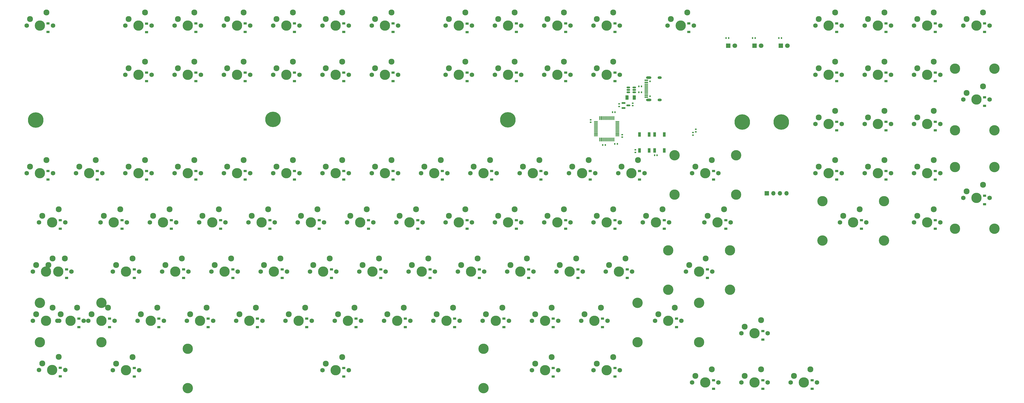
<source format=gbs>
%TF.GenerationSoftware,KiCad,Pcbnew,(7.0.0-0)*%
%TF.CreationDate,2024-01-31T16:00:13-05:00*%
%TF.ProjectId,TKL,544b4c2e-6b69-4636-9164-5f7063625858,rev?*%
%TF.SameCoordinates,Original*%
%TF.FileFunction,Soldermask,Bot*%
%TF.FilePolarity,Negative*%
%FSLAX46Y46*%
G04 Gerber Fmt 4.6, Leading zero omitted, Abs format (unit mm)*
G04 Created by KiCad (PCBNEW (7.0.0-0)) date 2024-01-31 16:00:13*
%MOMM*%
%LPD*%
G01*
G04 APERTURE LIST*
G04 Aperture macros list*
%AMRoundRect*
0 Rectangle with rounded corners*
0 $1 Rounding radius*
0 $2 $3 $4 $5 $6 $7 $8 $9 X,Y pos of 4 corners*
0 Add a 4 corners polygon primitive as box body*
4,1,4,$2,$3,$4,$5,$6,$7,$8,$9,$2,$3,0*
0 Add four circle primitives for the rounded corners*
1,1,$1+$1,$2,$3*
1,1,$1+$1,$4,$5*
1,1,$1+$1,$6,$7*
1,1,$1+$1,$8,$9*
0 Add four rect primitives between the rounded corners*
20,1,$1+$1,$2,$3,$4,$5,0*
20,1,$1+$1,$4,$5,$6,$7,0*
20,1,$1+$1,$6,$7,$8,$9,0*
20,1,$1+$1,$8,$9,$2,$3,0*%
G04 Aperture macros list end*
%ADD10C,1.750000*%
%ADD11C,3.987800*%
%ADD12C,2.300000*%
%ADD13C,4.000000*%
%ADD14C,6.000000*%
%ADD15R,1.700000X1.700000*%
%ADD16O,1.700000X1.700000*%
%ADD17R,1.800000X1.800000*%
%ADD18C,1.800000*%
%ADD19R,1.200000X0.900000*%
%ADD20RoundRect,0.135000X0.135000X0.185000X-0.135000X0.185000X-0.135000X-0.185000X0.135000X-0.185000X0*%
%ADD21C,0.650000*%
%ADD22R,1.450000X0.600000*%
%ADD23R,1.450000X0.300000*%
%ADD24O,1.600000X1.000000*%
%ADD25O,2.100000X1.000000*%
%ADD26R,1.100000X1.800000*%
%ADD27RoundRect,0.150000X-0.587500X-0.150000X0.587500X-0.150000X0.587500X0.150000X-0.587500X0.150000X0*%
%ADD28RoundRect,0.140000X-0.140000X-0.170000X0.140000X-0.170000X0.140000X0.170000X-0.140000X0.170000X0*%
%ADD29RoundRect,0.135000X-0.185000X0.135000X-0.185000X-0.135000X0.185000X-0.135000X0.185000X0.135000X0*%
%ADD30RoundRect,0.250000X0.375000X0.625000X-0.375000X0.625000X-0.375000X-0.625000X0.375000X-0.625000X0*%
%ADD31RoundRect,0.150000X-0.512500X-0.150000X0.512500X-0.150000X0.512500X0.150000X-0.512500X0.150000X0*%
%ADD32RoundRect,0.075000X0.075000X-0.662500X0.075000X0.662500X-0.075000X0.662500X-0.075000X-0.662500X0*%
%ADD33RoundRect,0.075000X0.662500X-0.075000X0.662500X0.075000X-0.662500X0.075000X-0.662500X-0.075000X0*%
%ADD34RoundRect,0.140000X-0.170000X0.140000X-0.170000X-0.140000X0.170000X-0.140000X0.170000X0.140000X0*%
%ADD35RoundRect,0.140000X0.170000X-0.140000X0.170000X0.140000X-0.170000X0.140000X-0.170000X-0.140000X0*%
%ADD36RoundRect,0.135000X0.185000X-0.135000X0.185000X0.135000X-0.185000X0.135000X-0.185000X-0.135000X0*%
%ADD37RoundRect,0.140000X0.140000X0.170000X-0.140000X0.170000X-0.140000X-0.170000X0.140000X-0.170000X0*%
G04 APERTURE END LIST*
D10*
X344963750Y-283322950D03*
D11*
X350043750Y-283322950D03*
D10*
X355123750Y-283322950D03*
D12*
X346233750Y-280782950D03*
X352583750Y-278242950D03*
D10*
X225901250Y-321422950D03*
D11*
X230981250Y-321422950D03*
D10*
X236061250Y-321422950D03*
D12*
X227171250Y-318882950D03*
X233521250Y-316342950D03*
D10*
X364013750Y-226172950D03*
D11*
X369093750Y-226172950D03*
D10*
X374173750Y-226172950D03*
D12*
X365283750Y-223632950D03*
X371633750Y-221092950D03*
D10*
X183038750Y-207122950D03*
D11*
X188118750Y-207122950D03*
D10*
X193198750Y-207122950D03*
D12*
X184308750Y-204582950D03*
X190658750Y-202042950D03*
D10*
X354488750Y-264272950D03*
D11*
X359568750Y-264272950D03*
D10*
X364648750Y-264272950D03*
D12*
X355758750Y-261732950D03*
X362108750Y-259192950D03*
D10*
X383063750Y-283322950D03*
D11*
X388143750Y-283322950D03*
D10*
X393223750Y-283322950D03*
D12*
X384333750Y-280782950D03*
X390683750Y-278242950D03*
D10*
X459263750Y-326185450D03*
D11*
X464343750Y-326185450D03*
D10*
X469423750Y-326185450D03*
D12*
X460533750Y-323645450D03*
X466883750Y-321105450D03*
D10*
X402113750Y-340518750D03*
D11*
X407193750Y-340518750D03*
D10*
X412273750Y-340518750D03*
D12*
X403383750Y-337978750D03*
X409733750Y-335438750D03*
D13*
X419100000Y-314437950D03*
D11*
X419100000Y-329677950D03*
D13*
X442912500Y-314437950D03*
D11*
X442912500Y-329677950D03*
D10*
X278288750Y-226172950D03*
D11*
X283368750Y-226172950D03*
D10*
X288448750Y-226172950D03*
D12*
X279558750Y-223632950D03*
X285908750Y-221092950D03*
D10*
X211613750Y-283322950D03*
D11*
X216693750Y-283322950D03*
D10*
X221773750Y-283322950D03*
D12*
X212883750Y-280782950D03*
X219233750Y-278242950D03*
D14*
X278276250Y-243401700D03*
D10*
X444976250Y-283322950D03*
D11*
X450056250Y-283322950D03*
D10*
X455136250Y-283322950D03*
D12*
X446246250Y-280782950D03*
X452596250Y-278242950D03*
D10*
X402113750Y-226172950D03*
D11*
X407193750Y-226172950D03*
D10*
X412273750Y-226172950D03*
D12*
X403383750Y-223632950D03*
X409733750Y-221092950D03*
D10*
X368776250Y-302372950D03*
D11*
X373856250Y-302372950D03*
D10*
X378936250Y-302372950D03*
D12*
X370046250Y-299832950D03*
X376396250Y-297292950D03*
D13*
X557053750Y-223791700D03*
D11*
X541813750Y-223791700D03*
D13*
X557053750Y-247604200D03*
D11*
X541813750Y-247604200D03*
D10*
X230663750Y-283322950D03*
D11*
X235743750Y-283322950D03*
D10*
X240823750Y-283322950D03*
D12*
X231933750Y-280782950D03*
X238283750Y-278242950D03*
D10*
X240188750Y-207122950D03*
D11*
X245268750Y-207122950D03*
D10*
X250348750Y-207122950D03*
D12*
X241458750Y-204582950D03*
X247808750Y-202042950D03*
D10*
X487838750Y-226172950D03*
D11*
X492918750Y-226172950D03*
D10*
X497998750Y-226172950D03*
D12*
X489108750Y-223632950D03*
X495458750Y-221092950D03*
D10*
X249713750Y-283322950D03*
D11*
X254793750Y-283322950D03*
D10*
X259873750Y-283322950D03*
D12*
X250983750Y-280782950D03*
X257333750Y-278242950D03*
D14*
X474662500Y-244429200D03*
D10*
X544988750Y-273797950D03*
D11*
X550068750Y-273797950D03*
D10*
X555148750Y-273797950D03*
D12*
X546258750Y-271257950D03*
X552608750Y-268717950D03*
D10*
X259238750Y-226172950D03*
D11*
X264318750Y-226172950D03*
D10*
X269398750Y-226172950D03*
D12*
X260508750Y-223632950D03*
X266858750Y-221092950D03*
D10*
X287813750Y-283322950D03*
D11*
X292893750Y-283322950D03*
D10*
X297973750Y-283322950D03*
D12*
X289083750Y-280782950D03*
X295433750Y-278242950D03*
D10*
X421163750Y-283322950D03*
D11*
X426243750Y-283322950D03*
D10*
X431323750Y-283322950D03*
D12*
X422433750Y-280782950D03*
X428783750Y-278242950D03*
D10*
X487838750Y-207122950D03*
D11*
X492918750Y-207122950D03*
D10*
X497998750Y-207122950D03*
D12*
X489108750Y-204582950D03*
X495458750Y-202042950D03*
D10*
X430688750Y-207122950D03*
D11*
X435768750Y-207122950D03*
D10*
X440848750Y-207122950D03*
D12*
X431958750Y-204582950D03*
X438308750Y-202042950D03*
D10*
X459263750Y-345235450D03*
D11*
X464343750Y-345235450D03*
D10*
X469423750Y-345235450D03*
D12*
X460533750Y-342695450D03*
X466883750Y-340155450D03*
D10*
X411638750Y-264272950D03*
D11*
X416718750Y-264272950D03*
D10*
X421798750Y-264272950D03*
D12*
X412908750Y-261732950D03*
X419258750Y-259192950D03*
D10*
X240188750Y-264272950D03*
D11*
X245268750Y-264272950D03*
D10*
X250348750Y-264272950D03*
D12*
X241458750Y-261732950D03*
X247808750Y-259192950D03*
D10*
X440213750Y-345235450D03*
D11*
X445293750Y-345235450D03*
D10*
X450373750Y-345235450D03*
D12*
X441483750Y-342695450D03*
X447833750Y-340155450D03*
D10*
X487838750Y-264272950D03*
D11*
X492918750Y-264272950D03*
D10*
X497998750Y-264272950D03*
D12*
X489108750Y-261732950D03*
X495458750Y-259192950D03*
D10*
X497363750Y-283322950D03*
D11*
X502443750Y-283322950D03*
D10*
X507523750Y-283322950D03*
D12*
X498633750Y-280782950D03*
X504983750Y-278242950D03*
D10*
X392588750Y-264272950D03*
D11*
X397668750Y-264272950D03*
D10*
X402748750Y-264272950D03*
D12*
X393858750Y-261732950D03*
X400208750Y-259192950D03*
D10*
X364013750Y-207122950D03*
D11*
X369093750Y-207122950D03*
D10*
X374173750Y-207122950D03*
D12*
X365283750Y-204582950D03*
X371633750Y-202042950D03*
D10*
X544988750Y-235697950D03*
D11*
X550068750Y-235697950D03*
D10*
X555148750Y-235697950D03*
D12*
X546258750Y-233157950D03*
X552608750Y-230617950D03*
D13*
X433387500Y-257287950D03*
D11*
X433387500Y-272527950D03*
D13*
X457200000Y-257287950D03*
D11*
X457200000Y-272527950D03*
D10*
X330676250Y-302372950D03*
D11*
X335756250Y-302372950D03*
D10*
X340836250Y-302372950D03*
D12*
X331946250Y-299832950D03*
X338296250Y-297292950D03*
D10*
X292576250Y-302372950D03*
D11*
X297656250Y-302372950D03*
D10*
X302736250Y-302372950D03*
D12*
X293846250Y-299832950D03*
X300196250Y-297292950D03*
D10*
X273526250Y-302372950D03*
D11*
X278606250Y-302372950D03*
D10*
X283686250Y-302372950D03*
D12*
X274796250Y-299832950D03*
X281146250Y-297292950D03*
D10*
X506888750Y-264272950D03*
D11*
X511968750Y-264272950D03*
D10*
X517048750Y-264272950D03*
D12*
X508158750Y-261732950D03*
X514508750Y-259192950D03*
D13*
X557053750Y-261891700D03*
D11*
X541813750Y-261891700D03*
D13*
X557053750Y-285704200D03*
D11*
X541813750Y-285704200D03*
D10*
X216376250Y-302372950D03*
D11*
X221456250Y-302372950D03*
D10*
X226536250Y-302372950D03*
D12*
X217646250Y-299832950D03*
X223996250Y-297292950D03*
D10*
X297338750Y-340518750D03*
D11*
X302418750Y-340518750D03*
D10*
X307498750Y-340518750D03*
D12*
X298608750Y-337978750D03*
X304958750Y-335438750D03*
D10*
X278288750Y-264272950D03*
D11*
X283368750Y-264272950D03*
D10*
X288448750Y-264272950D03*
D12*
X279558750Y-261732950D03*
X285908750Y-259192950D03*
D10*
X185420000Y-321422950D03*
D11*
X190500000Y-321422950D03*
D10*
X195580000Y-321422950D03*
D12*
X186690000Y-318882950D03*
X193040000Y-316342950D03*
D10*
X221138750Y-264272950D03*
D11*
X226218750Y-264272950D03*
D10*
X231298750Y-264272950D03*
D12*
X222408750Y-261732950D03*
X228758750Y-259192950D03*
D10*
X202088750Y-264272950D03*
D11*
X207168750Y-264272950D03*
D10*
X212248750Y-264272950D03*
D12*
X203358750Y-261732950D03*
X209708750Y-259192950D03*
D10*
X316388750Y-226172950D03*
D11*
X321468750Y-226172950D03*
D10*
X326548750Y-226172950D03*
D12*
X317658750Y-223632950D03*
X324008750Y-221092950D03*
D10*
X364013750Y-283322950D03*
D11*
X369093750Y-283322950D03*
D10*
X374173750Y-283322950D03*
D12*
X365283750Y-280782950D03*
X371633750Y-278242950D03*
D10*
X383063750Y-226172950D03*
D11*
X388143750Y-226172950D03*
D10*
X393223750Y-226172950D03*
D12*
X384333750Y-223632950D03*
X390683750Y-221092950D03*
D10*
X235426250Y-302372950D03*
D11*
X240506250Y-302372950D03*
D10*
X245586250Y-302372950D03*
D12*
X236696250Y-299832950D03*
X243046250Y-297292950D03*
D10*
X216376250Y-340518750D03*
D11*
X221456250Y-340518750D03*
D10*
X226536250Y-340518750D03*
D12*
X217646250Y-337978750D03*
X223996250Y-335438750D03*
D10*
X187801250Y-340472950D03*
D11*
X192881250Y-340472950D03*
D10*
X197961250Y-340472950D03*
D12*
X189071250Y-337932950D03*
X195421250Y-335392950D03*
D10*
X316388750Y-264272950D03*
D11*
X321468750Y-264272950D03*
D10*
X326548750Y-264272950D03*
D12*
X317658750Y-261732950D03*
X324008750Y-259192950D03*
D14*
X186531250Y-243635450D03*
D10*
X525938750Y-283322950D03*
D11*
X531018750Y-283322950D03*
D10*
X536098750Y-283322950D03*
D12*
X527208750Y-280782950D03*
X533558750Y-278242950D03*
D10*
X259238750Y-207122950D03*
D11*
X264318750Y-207122950D03*
D10*
X269398750Y-207122950D03*
D12*
X260508750Y-204582950D03*
X266858750Y-202042950D03*
D10*
X506888750Y-226172950D03*
D11*
X511968750Y-226172950D03*
D10*
X517048750Y-226172950D03*
D12*
X508158750Y-223632950D03*
X514508750Y-221092950D03*
D10*
X221138750Y-226172950D03*
D11*
X226218750Y-226172950D03*
D10*
X231298750Y-226172950D03*
D12*
X222408750Y-223632950D03*
X228758750Y-221092950D03*
D10*
X268763750Y-283322950D03*
D11*
X273843750Y-283322950D03*
D10*
X278923750Y-283322950D03*
D12*
X270033750Y-280782950D03*
X276383750Y-278242950D03*
D10*
X440213750Y-264272950D03*
D11*
X445293750Y-264272950D03*
D10*
X450373750Y-264272950D03*
D12*
X441483750Y-261732950D03*
X447833750Y-259192950D03*
D10*
X240188750Y-226172950D03*
D11*
X245268750Y-226172950D03*
D10*
X250348750Y-226172950D03*
D12*
X241458750Y-223632950D03*
X247808750Y-221092950D03*
D10*
X221138750Y-207122950D03*
D11*
X226218750Y-207122950D03*
D10*
X231298750Y-207122950D03*
D12*
X222408750Y-204582950D03*
X228758750Y-202042950D03*
D10*
X387826250Y-302372950D03*
D11*
X392906250Y-302372950D03*
D10*
X397986250Y-302372950D03*
D12*
X389096250Y-299832950D03*
X395446250Y-297292950D03*
D10*
X297338750Y-207122950D03*
D11*
X302418750Y-207122950D03*
D10*
X307498750Y-207122950D03*
D12*
X298608750Y-204582950D03*
X304958750Y-202042950D03*
D10*
X183038750Y-264272950D03*
D11*
X188118750Y-264272950D03*
D10*
X193198750Y-264272950D03*
D12*
X184308750Y-261732950D03*
X190658750Y-259192950D03*
D10*
X283051250Y-321422950D03*
D11*
X288131250Y-321422950D03*
D10*
X293211250Y-321422950D03*
D12*
X284321250Y-318882950D03*
X290671250Y-316342950D03*
D10*
X244951250Y-321422950D03*
D11*
X250031250Y-321422950D03*
D10*
X255111250Y-321422950D03*
D12*
X246221250Y-318882950D03*
X252571250Y-316342950D03*
D10*
X359251250Y-321422950D03*
D11*
X364331250Y-321422950D03*
D10*
X369411250Y-321422950D03*
D12*
X360521250Y-318882950D03*
X366871250Y-316342950D03*
D15*
X469042749Y-272019949D03*
D16*
X471582749Y-272019949D03*
X474122749Y-272019949D03*
X476662749Y-272019949D03*
D10*
X506888750Y-207122950D03*
D11*
X511968750Y-207122950D03*
D10*
X517048750Y-207122950D03*
D12*
X508158750Y-204582950D03*
X514508750Y-202042950D03*
D10*
X316388750Y-207122950D03*
D11*
X321468750Y-207122950D03*
D10*
X326548750Y-207122950D03*
D12*
X317658750Y-204582950D03*
X324008750Y-202042950D03*
D10*
X344963750Y-207122950D03*
D11*
X350043750Y-207122950D03*
D10*
X355123750Y-207122950D03*
D12*
X346233750Y-204582950D03*
X352583750Y-202042950D03*
D10*
X349726250Y-302372950D03*
D11*
X354806250Y-302372950D03*
D10*
X359886250Y-302372950D03*
D12*
X350996250Y-299832950D03*
X357346250Y-297292950D03*
D10*
X544988750Y-207122950D03*
D11*
X550068750Y-207122950D03*
D10*
X555148750Y-207122950D03*
D12*
X546258750Y-204582950D03*
X552608750Y-202042950D03*
D10*
X383063750Y-207122950D03*
D11*
X388143750Y-207122950D03*
D10*
X393223750Y-207122950D03*
D12*
X384333750Y-204582950D03*
X390683750Y-202042950D03*
D10*
X437832500Y-302372950D03*
D11*
X442912500Y-302372950D03*
D10*
X447992500Y-302372950D03*
D12*
X439102500Y-299832950D03*
X445452500Y-297292950D03*
D10*
X525938750Y-207122950D03*
D11*
X531018750Y-207122950D03*
D10*
X536098750Y-207122950D03*
D12*
X527208750Y-204582950D03*
X533558750Y-202042950D03*
D10*
X297338750Y-226172950D03*
D11*
X302418750Y-226172950D03*
D10*
X307498750Y-226172950D03*
D12*
X298608750Y-223632950D03*
X304958750Y-221092950D03*
D10*
X506888750Y-245222950D03*
D11*
X511968750Y-245222950D03*
D10*
X517048750Y-245222950D03*
D12*
X508158750Y-242682950D03*
X514508750Y-240142950D03*
D10*
X402113750Y-207122950D03*
D11*
X407193750Y-207122950D03*
D10*
X412273750Y-207122950D03*
D12*
X403383750Y-204582950D03*
X409733750Y-202042950D03*
D13*
X359568750Y-347503750D03*
D11*
X359568750Y-332263750D03*
D13*
X245268750Y-347503750D03*
D11*
X245268750Y-332263750D03*
D17*
X464338749Y-214869949D03*
D18*
X466878750Y-214869950D03*
D17*
X474498749Y-214869949D03*
D18*
X477038750Y-214869950D03*
D10*
X321151250Y-321422950D03*
D11*
X326231250Y-321422950D03*
D10*
X331311250Y-321422950D03*
D12*
X322421250Y-318882950D03*
X328771250Y-316342950D03*
D10*
X297338750Y-264272950D03*
D11*
X302418750Y-264272950D03*
D10*
X307498750Y-264272950D03*
D12*
X298608750Y-261732950D03*
X304958750Y-259192950D03*
D10*
X487838750Y-245222950D03*
D11*
X492918750Y-245222950D03*
D10*
X497998750Y-245222950D03*
D12*
X489108750Y-242682950D03*
X495458750Y-240142950D03*
D10*
X406876250Y-302372950D03*
D11*
X411956250Y-302372950D03*
D10*
X417036250Y-302372950D03*
D12*
X408146250Y-299832950D03*
X414496250Y-297292950D03*
D10*
X478313750Y-345235450D03*
D11*
X483393750Y-345235450D03*
D10*
X488473750Y-345235450D03*
D12*
X479583750Y-342695450D03*
X485933750Y-340155450D03*
D14*
X369036250Y-243551700D03*
D10*
X325913750Y-283322950D03*
D11*
X330993750Y-283322950D03*
D10*
X336073750Y-283322950D03*
D12*
X327183750Y-280782950D03*
X333533750Y-278242950D03*
D10*
X311626250Y-302372950D03*
D11*
X316706250Y-302372950D03*
D10*
X321786250Y-302372950D03*
D12*
X312896250Y-299832950D03*
X319246250Y-297292950D03*
D10*
X344963750Y-226172950D03*
D11*
X350043750Y-226172950D03*
D10*
X355123750Y-226172950D03*
D12*
X346233750Y-223632950D03*
X352583750Y-221092950D03*
D14*
X459581250Y-244429200D03*
D10*
X378301250Y-321422950D03*
D11*
X383381250Y-321422950D03*
D10*
X388461250Y-321422950D03*
D12*
X379571250Y-318882950D03*
X385921250Y-316342950D03*
D10*
X254476250Y-302372950D03*
D11*
X259556250Y-302372950D03*
D10*
X264636250Y-302372950D03*
D12*
X255746250Y-299832950D03*
X262096250Y-297292950D03*
D10*
X373538750Y-264272950D03*
D11*
X378618750Y-264272950D03*
D10*
X383698750Y-264272950D03*
D12*
X374808750Y-261732950D03*
X381158750Y-259192950D03*
D10*
X525938750Y-245222950D03*
D11*
X531018750Y-245222950D03*
D10*
X536098750Y-245222950D03*
D12*
X527208750Y-242682950D03*
X533558750Y-240142950D03*
D10*
X425926250Y-321422950D03*
D11*
X431006250Y-321422950D03*
D10*
X436086250Y-321422950D03*
D12*
X427196250Y-318882950D03*
X433546250Y-316342950D03*
D10*
X206851250Y-321422950D03*
D11*
X211931250Y-321422950D03*
D10*
X217011250Y-321422950D03*
D12*
X208121250Y-318882950D03*
X214471250Y-316342950D03*
D10*
X278288750Y-207122950D03*
D11*
X283368750Y-207122950D03*
D10*
X288448750Y-207122950D03*
D12*
X279558750Y-204582950D03*
X285908750Y-202042950D03*
D10*
X194945000Y-321422950D03*
D11*
X200025000Y-321422950D03*
D10*
X205105000Y-321422950D03*
D12*
X196215000Y-318882950D03*
X202565000Y-316342950D03*
D10*
X378301250Y-340518750D03*
D11*
X383381250Y-340518750D03*
D10*
X388461250Y-340518750D03*
D12*
X379571250Y-337978750D03*
X385921250Y-335438750D03*
D17*
X454178749Y-214869949D03*
D18*
X456718750Y-214869950D03*
D10*
X302101250Y-321422950D03*
D11*
X307181250Y-321422950D03*
D10*
X312261250Y-321422950D03*
D12*
X303371250Y-318882950D03*
X309721250Y-316342950D03*
D10*
X525938750Y-264272950D03*
D11*
X531018750Y-264272950D03*
D10*
X536098750Y-264272950D03*
D12*
X527208750Y-261732950D03*
X533558750Y-259192950D03*
D10*
X402113750Y-283322950D03*
D11*
X407193750Y-283322950D03*
D10*
X412273750Y-283322950D03*
D12*
X403383750Y-280782950D03*
X409733750Y-278242950D03*
D13*
X514350000Y-290307950D03*
D11*
X514350000Y-275067950D03*
D13*
X490537500Y-290307950D03*
D11*
X490537500Y-275067950D03*
D10*
X187801250Y-283322950D03*
D11*
X192881250Y-283322950D03*
D10*
X197961250Y-283322950D03*
D12*
X189071250Y-280782950D03*
X195421250Y-278242950D03*
D10*
X259238750Y-264272950D03*
D11*
X264318750Y-264272950D03*
D10*
X269398750Y-264272950D03*
D12*
X260508750Y-261732950D03*
X266858750Y-259192950D03*
D10*
X190182500Y-302372950D03*
D11*
X195262500Y-302372950D03*
D10*
X200342500Y-302372950D03*
D12*
X191452500Y-299832950D03*
X197802500Y-297292950D03*
D10*
X340201250Y-321422950D03*
D11*
X345281250Y-321422950D03*
D10*
X350361250Y-321422950D03*
D12*
X341471250Y-318882950D03*
X347821250Y-316342950D03*
D13*
X188118750Y-314437950D03*
D11*
X188118750Y-329677950D03*
D13*
X211931250Y-314437950D03*
D11*
X211931250Y-329677950D03*
D10*
X397351250Y-321422950D03*
D11*
X402431250Y-321422950D03*
D10*
X407511250Y-321422950D03*
D12*
X398621250Y-318882950D03*
X404971250Y-316342950D03*
D10*
X306863750Y-283322950D03*
D11*
X311943750Y-283322950D03*
D10*
X317023750Y-283322950D03*
D12*
X308133750Y-280782950D03*
X314483750Y-278242950D03*
D10*
X335438750Y-264272950D03*
D11*
X340518750Y-264272950D03*
D10*
X345598750Y-264272950D03*
D12*
X336708750Y-261732950D03*
X343058750Y-259192950D03*
D13*
X454818750Y-309357950D03*
D11*
X454818750Y-294117950D03*
D13*
X431006250Y-309357950D03*
D11*
X431006250Y-294117950D03*
D10*
X185420000Y-302372950D03*
D11*
X190500000Y-302372950D03*
D10*
X195580000Y-302372950D03*
D12*
X186690000Y-299832950D03*
X193040000Y-297292950D03*
D10*
X525938750Y-226172950D03*
D11*
X531018750Y-226172950D03*
D10*
X536098750Y-226172950D03*
D12*
X527208750Y-223632950D03*
X533558750Y-221092950D03*
D10*
X264001250Y-321422950D03*
D11*
X269081250Y-321422950D03*
D10*
X274161250Y-321422950D03*
D12*
X265271250Y-318882950D03*
X271621250Y-316342950D03*
D19*
X353218749Y-285766699D03*
X353218749Y-282466699D03*
X229393749Y-266716699D03*
X229393749Y-263416699D03*
X505618749Y-285766699D03*
X505618749Y-282466699D03*
X305593749Y-266716699D03*
X305593749Y-263416699D03*
X286543749Y-209566699D03*
X286543749Y-206266699D03*
X248443749Y-266716699D03*
X248443749Y-263416699D03*
D20*
X464599750Y-211948950D03*
X463579750Y-211948950D03*
D21*
X423987500Y-228650574D03*
X423987500Y-234430574D03*
D22*
X422542499Y-228290573D03*
X422542499Y-229090573D03*
D23*
X422542499Y-230290573D03*
X422542499Y-231290573D03*
X422542499Y-231790573D03*
X422542499Y-232790573D03*
D22*
X422542499Y-233990573D03*
X422542499Y-234790573D03*
X422542499Y-234790573D03*
X422542499Y-233990573D03*
D23*
X422542499Y-233290573D03*
X422542499Y-232290573D03*
X422542499Y-230790573D03*
X422542499Y-229790573D03*
D22*
X422542499Y-229090573D03*
X422542499Y-228290573D03*
D24*
X427637499Y-227220573D03*
D25*
X423457499Y-227220573D03*
D24*
X427637499Y-235860573D03*
D25*
X423457499Y-235860573D03*
D26*
X423593749Y-255466699D03*
X423593749Y-249266699D03*
X419893749Y-255466699D03*
X419893749Y-249266699D03*
D27*
X413717248Y-238970697D03*
X413717248Y-237070697D03*
X415592248Y-238020697D03*
D28*
X405697750Y-253350950D03*
X406657750Y-253350950D03*
D19*
X367506249Y-323866699D03*
X367506249Y-320566699D03*
X362743749Y-266716699D03*
X362743749Y-263416699D03*
X391318749Y-209566699D03*
X391318749Y-206266699D03*
D29*
X441668750Y-247252950D03*
X441668750Y-248272950D03*
D19*
X262731249Y-304816699D03*
X262731249Y-301516699D03*
D28*
X410350950Y-252907076D03*
X411310950Y-252907076D03*
D19*
X224631249Y-304816699D03*
X224631249Y-301516699D03*
X248443749Y-209566699D03*
X248443749Y-206266699D03*
X238918749Y-285766699D03*
X238918749Y-282466699D03*
X243681249Y-304816699D03*
X243681249Y-301516699D03*
X291306249Y-323866699D03*
X291306249Y-320566699D03*
X553243749Y-276241699D03*
X553243749Y-272941699D03*
X438943749Y-209566699D03*
X438943749Y-206266699D03*
X198437499Y-304816699D03*
X198437499Y-301516699D03*
X324643749Y-209566699D03*
X324643749Y-206266699D03*
X405606249Y-323866699D03*
X405606249Y-320566699D03*
X210343749Y-266716699D03*
X210343749Y-263416699D03*
X300831249Y-304816699D03*
X300831249Y-301516699D03*
X234156249Y-323866699D03*
X234156249Y-320566699D03*
X319881249Y-304816699D03*
X319881249Y-301516699D03*
D20*
X474759750Y-211948950D03*
X473739750Y-211948950D03*
D19*
X434181249Y-323866699D03*
X434181249Y-320566699D03*
X315118749Y-285766699D03*
X315118749Y-282466699D03*
X400843749Y-266716699D03*
X400843749Y-263416699D03*
X229393749Y-228616699D03*
X229393749Y-225316699D03*
D26*
X429435747Y-255466699D03*
X429435747Y-249266699D03*
X425735747Y-255466699D03*
X425735747Y-249266699D03*
D19*
X534193749Y-247666699D03*
X534193749Y-244366699D03*
X191293749Y-266716699D03*
X191293749Y-263416699D03*
X196056249Y-285766699D03*
X196056249Y-282466699D03*
X305593749Y-209566699D03*
X305593749Y-206266699D03*
X410368749Y-209566699D03*
X410368749Y-206266699D03*
X257968749Y-285766699D03*
X257968749Y-282466699D03*
X338931249Y-304816699D03*
X338931249Y-301516699D03*
X534193749Y-228616699D03*
X534193749Y-225316699D03*
X324643749Y-266716699D03*
X324643749Y-263416699D03*
X267493749Y-266716699D03*
X267493749Y-263416699D03*
X224631249Y-342962499D03*
X224631249Y-339662499D03*
X515143749Y-266716699D03*
X515143749Y-263416699D03*
X203199999Y-323866699D03*
X203199999Y-320566699D03*
X534193749Y-285766699D03*
X534193749Y-282466699D03*
D30*
X417862250Y-234937824D03*
X415062250Y-234937824D03*
D31*
X415575750Y-232903950D03*
X415575750Y-231953950D03*
X415575750Y-231003950D03*
X417850750Y-231003950D03*
X417850750Y-231953950D03*
X417850750Y-232903950D03*
D19*
X410368749Y-343008299D03*
X410368749Y-339708299D03*
X534193749Y-209566699D03*
X534193749Y-206266699D03*
D32*
X409943750Y-251195826D03*
X409443750Y-251195826D03*
X408943750Y-251195826D03*
X408443750Y-251195826D03*
X407943750Y-251195826D03*
X407443750Y-251195826D03*
X406943750Y-251195826D03*
X406443750Y-251195826D03*
X405943750Y-251195826D03*
X405443750Y-251195826D03*
X404943750Y-251195826D03*
X404443750Y-251195826D03*
D33*
X403031250Y-249783326D03*
X403031250Y-249283326D03*
X403031250Y-248783326D03*
X403031250Y-248283326D03*
X403031250Y-247783326D03*
X403031250Y-247283326D03*
X403031250Y-246783326D03*
X403031250Y-246283326D03*
X403031250Y-245783326D03*
X403031250Y-245283326D03*
X403031250Y-244783326D03*
X403031250Y-244283326D03*
D32*
X404443750Y-242870826D03*
X404943750Y-242870826D03*
X405443750Y-242870826D03*
X405943750Y-242870826D03*
X406443750Y-242870826D03*
X406943750Y-242870826D03*
X407443750Y-242870826D03*
X407943750Y-242870826D03*
X408443750Y-242870826D03*
X408943750Y-242870826D03*
X409443750Y-242870826D03*
X409943750Y-242870826D03*
D33*
X411356250Y-244283326D03*
X411356250Y-244783326D03*
X411356250Y-245283326D03*
X411356250Y-245783326D03*
X411356250Y-246283326D03*
X411356250Y-246783326D03*
X411356250Y-247283326D03*
X411356250Y-247783326D03*
X411356250Y-248283326D03*
X411356250Y-248783326D03*
X411356250Y-249283326D03*
X411356250Y-249783326D03*
D19*
X496093749Y-266654199D03*
X496093749Y-263354199D03*
X515143749Y-209566699D03*
X515143749Y-206266699D03*
D20*
X420652250Y-232905824D03*
X419632250Y-232905824D03*
D19*
X381793749Y-266716699D03*
X381793749Y-263416699D03*
X329406249Y-323866699D03*
X329406249Y-320566699D03*
X386556249Y-343008299D03*
X386556249Y-339708299D03*
X219868749Y-285766699D03*
X219868749Y-282466699D03*
D34*
X400970750Y-243537076D03*
X400970750Y-244497076D03*
D19*
X215106249Y-323866699D03*
X215106249Y-320566699D03*
X419893749Y-266716699D03*
X419893749Y-263416699D03*
D20*
X454312750Y-211948950D03*
X453292750Y-211948950D03*
D19*
X453231249Y-285766699D03*
X453231249Y-282466699D03*
X281781249Y-304816699D03*
X281781249Y-301516699D03*
X429418749Y-285766699D03*
X429418749Y-282466699D03*
X296068749Y-285766699D03*
X296068749Y-282466699D03*
X467518749Y-347679199D03*
X467518749Y-344379199D03*
X386556249Y-323866699D03*
X386556249Y-320566699D03*
D20*
X420652250Y-230619824D03*
X419632250Y-230619824D03*
D19*
X396081249Y-304816699D03*
X396081249Y-301516699D03*
X272256249Y-323866699D03*
X272256249Y-320566699D03*
X496093749Y-209566699D03*
X496093749Y-206266699D03*
X353218749Y-228616699D03*
X353218749Y-225316699D03*
X448468749Y-266716699D03*
X448468749Y-263416699D03*
X486568749Y-347679199D03*
X486568749Y-344379199D03*
X515143749Y-247666699D03*
X515143749Y-244366699D03*
X357981249Y-304816699D03*
X357981249Y-301516699D03*
X343693749Y-266716699D03*
X343693749Y-263416699D03*
D35*
X412036251Y-238373696D03*
X412036251Y-237413696D03*
D36*
X440523750Y-249542950D03*
X440523750Y-248522950D03*
D37*
X410421950Y-240650950D03*
X409461950Y-240650950D03*
D19*
X446087499Y-304816699D03*
X446087499Y-301516699D03*
X286543749Y-266716699D03*
X286543749Y-263416699D03*
X534193749Y-266716699D03*
X534193749Y-263416699D03*
X515143749Y-228616699D03*
X515143749Y-225316699D03*
X267493749Y-209566699D03*
X267493749Y-206266699D03*
D35*
X413162750Y-250274950D03*
X413162750Y-249314950D03*
D19*
X310356249Y-323866699D03*
X310356249Y-320566699D03*
X391318749Y-285766699D03*
X391318749Y-282466699D03*
X229393749Y-209612499D03*
X229393749Y-206312499D03*
X372268749Y-209566699D03*
X372268749Y-206266699D03*
X553243749Y-238141699D03*
X553243749Y-234841699D03*
X353218749Y-209612499D03*
X353218749Y-206312499D03*
X410368749Y-285766699D03*
X410368749Y-282466699D03*
D29*
X418314750Y-255158700D03*
X418314750Y-256178700D03*
D19*
X496093749Y-228616699D03*
X496093749Y-225316699D03*
X191293749Y-209566699D03*
X191293749Y-206266699D03*
X553243749Y-209566699D03*
X553243749Y-206266699D03*
X248443749Y-228616699D03*
X248443749Y-225316699D03*
X372268749Y-228616699D03*
X372268749Y-225316699D03*
X410368749Y-228616699D03*
X410368749Y-225316699D03*
X267493749Y-228616699D03*
X267493749Y-225316699D03*
X348456249Y-323866699D03*
X348456249Y-320566699D03*
X334168749Y-285766699D03*
X334168749Y-282466699D03*
X377031249Y-304816699D03*
X377031249Y-301516699D03*
X286543749Y-228616699D03*
X286543749Y-225316699D03*
D37*
X426668749Y-257256200D03*
X425708749Y-257256200D03*
D19*
X391318749Y-228616699D03*
X391318749Y-225316699D03*
X372268749Y-285766699D03*
X372268749Y-282466699D03*
X253206249Y-323866699D03*
X253206249Y-320566699D03*
D34*
X417226750Y-237122950D03*
X417226750Y-238082950D03*
D19*
X448468749Y-347679199D03*
X448468749Y-344379199D03*
X324643749Y-228616699D03*
X324643749Y-225316699D03*
X305593749Y-342962499D03*
X305593749Y-339662499D03*
X277018749Y-285766699D03*
X277018749Y-282466699D03*
X467518749Y-328629199D03*
X467518749Y-325329199D03*
X305593749Y-228616699D03*
X305593749Y-225316699D03*
X415131249Y-304816699D03*
X415131249Y-301516699D03*
X496093749Y-247666699D03*
X496093749Y-244366699D03*
X196056249Y-342916699D03*
X196056249Y-339616699D03*
M02*

</source>
